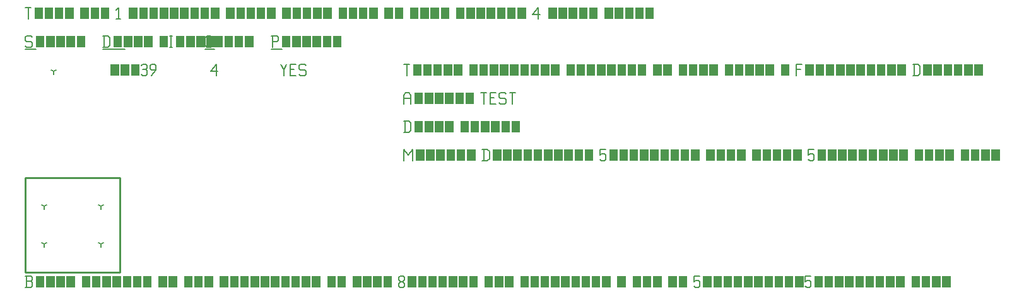
<source format=gbr>
G04 start of page 12 for group -1 layer_idx 268435461 *
G04 Title: thru-hole elements on both sides, <virtual group> *
G04 Creator: <version>
G04 CreationDate: <date>
G04 For: TEST *
G04 Format: Gerber/RS-274X *
G04 PCB-Dimensions: 50000 50000 *
G04 PCB-Coordinate-Origin: lower left *
%MOIN*%
%FSLAX25Y25*%
%LNLOGICAL_VIRTUAL_FAB_NONE*%
%ADD36C,0.0100*%
%ADD35C,0.0001*%
%ADD34C,0.0060*%
%ADD33C,0.0080*%
G54D33*X10000Y35000D02*Y33400D01*
Y35000D02*X11387Y35800D01*
X10000Y35000D02*X8613Y35800D01*
X40000Y35000D02*Y33400D01*
Y35000D02*X41387Y35800D01*
X40000Y35000D02*X38613Y35800D01*
X10000Y15000D02*Y13400D01*
Y15000D02*X11387Y15800D01*
X10000Y15000D02*X8613Y15800D01*
X40000Y15000D02*Y13400D01*
Y15000D02*X41387Y15800D01*
X40000Y15000D02*X38613Y15800D01*
X15000Y106250D02*Y104650D01*
Y106250D02*X16387Y107050D01*
X15000Y106250D02*X13613Y107050D01*
G54D34*X135000Y110000D02*X136500Y107000D01*
X138000Y110000D01*
X136500Y107000D02*Y104000D01*
X139800Y107300D02*X142050D01*
X139800Y104000D02*X142800D01*
X139800Y110000D02*Y104000D01*
Y110000D02*X142800D01*
X147600D02*X148350Y109250D01*
X145350Y110000D02*X147600D01*
X144600Y109250D02*X145350Y110000D01*
X144600Y109250D02*Y107750D01*
X145350Y107000D01*
X147600D01*
X148350Y106250D01*
Y104750D01*
X147600Y104000D02*X148350Y104750D01*
X145350Y104000D02*X147600D01*
X144600Y104750D02*X145350Y104000D01*
X98000Y106250D02*X101000Y110000D01*
X98000Y106250D02*X101750D01*
X101000Y110000D02*Y104000D01*
G54D35*G36*
X45000Y110000D02*X49500D01*
Y104000D01*
X45000D01*
Y110000D01*
G37*
G36*
X50400D02*X54900D01*
Y104000D01*
X50400D01*
Y110000D01*
G37*
G36*
X55800D02*X60300D01*
Y104000D01*
X55800D01*
Y110000D01*
G37*
G54D34*X61200Y109250D02*X61950Y110000D01*
X63450D01*
X64200Y109250D01*
X63450Y104000D02*X64200Y104750D01*
X61950Y104000D02*X63450D01*
X61200Y104750D02*X61950Y104000D01*
Y107300D02*X63450D01*
X64200Y109250D02*Y108050D01*
Y106550D02*Y104750D01*
Y106550D02*X63450Y107300D01*
X64200Y108050D02*X63450Y107300D01*
X66750Y104000D02*X69000Y107000D01*
Y109250D02*Y107000D01*
X68250Y110000D02*X69000Y109250D01*
X66750Y110000D02*X68250D01*
X66000Y109250D02*X66750Y110000D01*
X66000Y109250D02*Y107750D01*
X66750Y107000D01*
X69000D01*
X3000Y125000D02*X3750Y124250D01*
X750Y125000D02*X3000D01*
X0Y124250D02*X750Y125000D01*
X0Y124250D02*Y122750D01*
X750Y122000D01*
X3000D01*
X3750Y121250D01*
Y119750D01*
X3000Y119000D02*X3750Y119750D01*
X750Y119000D02*X3000D01*
X0Y119750D02*X750Y119000D01*
G54D35*G36*
X5550Y125000D02*X10050D01*
Y119000D01*
X5550D01*
Y125000D01*
G37*
G36*
X10950D02*X15450D01*
Y119000D01*
X10950D01*
Y125000D01*
G37*
G36*
X16350D02*X20850D01*
Y119000D01*
X16350D01*
Y125000D01*
G37*
G36*
X21750D02*X26250D01*
Y119000D01*
X21750D01*
Y125000D01*
G37*
G36*
X27150D02*X31650D01*
Y119000D01*
X27150D01*
Y125000D01*
G37*
G54D34*X0Y118000D02*X5550D01*
X41750Y125000D02*Y119000D01*
X43700Y125000D02*X44750Y123950D01*
Y120050D01*
X43700Y119000D02*X44750Y120050D01*
X41000Y119000D02*X43700D01*
X41000Y125000D02*X43700D01*
G54D35*G36*
X46550D02*X51050D01*
Y119000D01*
X46550D01*
Y125000D01*
G37*
G36*
X51950D02*X56450D01*
Y119000D01*
X51950D01*
Y125000D01*
G37*
G36*
X57350D02*X61850D01*
Y119000D01*
X57350D01*
Y125000D01*
G37*
G36*
X62750D02*X67250D01*
Y119000D01*
X62750D01*
Y125000D01*
G37*
G36*
X70850D02*X75350D01*
Y119000D01*
X70850D01*
Y125000D01*
G37*
G54D34*X76250D02*X77750D01*
X77000D02*Y119000D01*
X76250D02*X77750D01*
G54D35*G36*
X79550Y125000D02*X84050D01*
Y119000D01*
X79550D01*
Y125000D01*
G37*
G36*
X84950D02*X89450D01*
Y119000D01*
X84950D01*
Y125000D01*
G37*
G36*
X90350D02*X94850D01*
Y119000D01*
X90350D01*
Y125000D01*
G37*
G36*
X95750D02*X100250D01*
Y119000D01*
X95750D01*
Y125000D01*
G37*
G54D34*X41000Y118000D02*X52550D01*
X96050Y119000D02*X98000D01*
X95000Y120050D02*X96050Y119000D01*
X95000Y123950D02*Y120050D01*
Y123950D02*X96050Y125000D01*
X98000D01*
G54D35*G36*
X99800D02*X104300D01*
Y119000D01*
X99800D01*
Y125000D01*
G37*
G36*
X105200D02*X109700D01*
Y119000D01*
X105200D01*
Y125000D01*
G37*
G36*
X110600D02*X115100D01*
Y119000D01*
X110600D01*
Y125000D01*
G37*
G36*
X116000D02*X120500D01*
Y119000D01*
X116000D01*
Y125000D01*
G37*
G54D34*X95000Y118000D02*X99800D01*
X130750Y125000D02*Y119000D01*
X130000Y125000D02*X133000D01*
X133750Y124250D01*
Y122750D01*
X133000Y122000D02*X133750Y122750D01*
X130750Y122000D02*X133000D01*
G54D35*G36*
X135550Y125000D02*X140050D01*
Y119000D01*
X135550D01*
Y125000D01*
G37*
G36*
X140950D02*X145450D01*
Y119000D01*
X140950D01*
Y125000D01*
G37*
G36*
X146350D02*X150850D01*
Y119000D01*
X146350D01*
Y125000D01*
G37*
G36*
X151750D02*X156250D01*
Y119000D01*
X151750D01*
Y125000D01*
G37*
G36*
X157150D02*X161650D01*
Y119000D01*
X157150D01*
Y125000D01*
G37*
G36*
X162550D02*X167050D01*
Y119000D01*
X162550D01*
Y125000D01*
G37*
G54D34*X130000Y118000D02*X135550D01*
X0Y140000D02*X3000D01*
X1500D02*Y134000D01*
G54D35*G36*
X4800Y140000D02*X9300D01*
Y134000D01*
X4800D01*
Y140000D01*
G37*
G36*
X10200D02*X14700D01*
Y134000D01*
X10200D01*
Y140000D01*
G37*
G36*
X15600D02*X20100D01*
Y134000D01*
X15600D01*
Y140000D01*
G37*
G36*
X21000D02*X25500D01*
Y134000D01*
X21000D01*
Y140000D01*
G37*
G36*
X29100D02*X33600D01*
Y134000D01*
X29100D01*
Y140000D01*
G37*
G36*
X34500D02*X39000D01*
Y134000D01*
X34500D01*
Y140000D01*
G37*
G36*
X39900D02*X44400D01*
Y134000D01*
X39900D01*
Y140000D01*
G37*
G54D34*X48000Y138800D02*X49200Y140000D01*
Y134000D01*
X48000D02*X50250D01*
G54D35*G36*
X54750Y140000D02*X59250D01*
Y134000D01*
X54750D01*
Y140000D01*
G37*
G36*
X60150D02*X64650D01*
Y134000D01*
X60150D01*
Y140000D01*
G37*
G36*
X65550D02*X70050D01*
Y134000D01*
X65550D01*
Y140000D01*
G37*
G36*
X70950D02*X75450D01*
Y134000D01*
X70950D01*
Y140000D01*
G37*
G36*
X76350D02*X80850D01*
Y134000D01*
X76350D01*
Y140000D01*
G37*
G36*
X81750D02*X86250D01*
Y134000D01*
X81750D01*
Y140000D01*
G37*
G36*
X87150D02*X91650D01*
Y134000D01*
X87150D01*
Y140000D01*
G37*
G36*
X92550D02*X97050D01*
Y134000D01*
X92550D01*
Y140000D01*
G37*
G36*
X97950D02*X102450D01*
Y134000D01*
X97950D01*
Y140000D01*
G37*
G36*
X106050D02*X110550D01*
Y134000D01*
X106050D01*
Y140000D01*
G37*
G36*
X111450D02*X115950D01*
Y134000D01*
X111450D01*
Y140000D01*
G37*
G36*
X116850D02*X121350D01*
Y134000D01*
X116850D01*
Y140000D01*
G37*
G36*
X122250D02*X126750D01*
Y134000D01*
X122250D01*
Y140000D01*
G37*
G36*
X127650D02*X132150D01*
Y134000D01*
X127650D01*
Y140000D01*
G37*
G36*
X135750D02*X140250D01*
Y134000D01*
X135750D01*
Y140000D01*
G37*
G36*
X141150D02*X145650D01*
Y134000D01*
X141150D01*
Y140000D01*
G37*
G36*
X146550D02*X151050D01*
Y134000D01*
X146550D01*
Y140000D01*
G37*
G36*
X151950D02*X156450D01*
Y134000D01*
X151950D01*
Y140000D01*
G37*
G36*
X157350D02*X161850D01*
Y134000D01*
X157350D01*
Y140000D01*
G37*
G36*
X165450D02*X169950D01*
Y134000D01*
X165450D01*
Y140000D01*
G37*
G36*
X170850D02*X175350D01*
Y134000D01*
X170850D01*
Y140000D01*
G37*
G36*
X176250D02*X180750D01*
Y134000D01*
X176250D01*
Y140000D01*
G37*
G36*
X181650D02*X186150D01*
Y134000D01*
X181650D01*
Y140000D01*
G37*
G36*
X189750D02*X194250D01*
Y134000D01*
X189750D01*
Y140000D01*
G37*
G36*
X195150D02*X199650D01*
Y134000D01*
X195150D01*
Y140000D01*
G37*
G36*
X203250D02*X207750D01*
Y134000D01*
X203250D01*
Y140000D01*
G37*
G36*
X208650D02*X213150D01*
Y134000D01*
X208650D01*
Y140000D01*
G37*
G36*
X214050D02*X218550D01*
Y134000D01*
X214050D01*
Y140000D01*
G37*
G36*
X219450D02*X223950D01*
Y134000D01*
X219450D01*
Y140000D01*
G37*
G36*
X227550D02*X232050D01*
Y134000D01*
X227550D01*
Y140000D01*
G37*
G36*
X232950D02*X237450D01*
Y134000D01*
X232950D01*
Y140000D01*
G37*
G36*
X238350D02*X242850D01*
Y134000D01*
X238350D01*
Y140000D01*
G37*
G36*
X243750D02*X248250D01*
Y134000D01*
X243750D01*
Y140000D01*
G37*
G36*
X249150D02*X253650D01*
Y134000D01*
X249150D01*
Y140000D01*
G37*
G36*
X254550D02*X259050D01*
Y134000D01*
X254550D01*
Y140000D01*
G37*
G36*
X259950D02*X264450D01*
Y134000D01*
X259950D01*
Y140000D01*
G37*
G54D34*X268050Y136250D02*X271050Y140000D01*
X268050Y136250D02*X271800D01*
X271050Y140000D02*Y134000D01*
G54D35*G36*
X276300Y140000D02*X280800D01*
Y134000D01*
X276300D01*
Y140000D01*
G37*
G36*
X281700D02*X286200D01*
Y134000D01*
X281700D01*
Y140000D01*
G37*
G36*
X287100D02*X291600D01*
Y134000D01*
X287100D01*
Y140000D01*
G37*
G36*
X292500D02*X297000D01*
Y134000D01*
X292500D01*
Y140000D01*
G37*
G36*
X297900D02*X302400D01*
Y134000D01*
X297900D01*
Y140000D01*
G37*
G36*
X306000D02*X310500D01*
Y134000D01*
X306000D01*
Y140000D01*
G37*
G36*
X311400D02*X315900D01*
Y134000D01*
X311400D01*
Y140000D01*
G37*
G36*
X316800D02*X321300D01*
Y134000D01*
X316800D01*
Y140000D01*
G37*
G36*
X322200D02*X326700D01*
Y134000D01*
X322200D01*
Y140000D01*
G37*
G36*
X327600D02*X332100D01*
Y134000D01*
X327600D01*
Y140000D01*
G37*
G54D36*X0Y50000D02*X50000D01*
X0D02*Y0D01*
X50000Y50000D02*Y0D01*
X0D02*X50000D01*
G54D34*X200000Y65000D02*Y59000D01*
Y65000D02*X202250Y62000D01*
X204500Y65000D01*
Y59000D01*
G54D35*G36*
X206300Y65000D02*X210800D01*
Y59000D01*
X206300D01*
Y65000D01*
G37*
G36*
X211700D02*X216200D01*
Y59000D01*
X211700D01*
Y65000D01*
G37*
G36*
X217100D02*X221600D01*
Y59000D01*
X217100D01*
Y65000D01*
G37*
G36*
X222500D02*X227000D01*
Y59000D01*
X222500D01*
Y65000D01*
G37*
G36*
X227900D02*X232400D01*
Y59000D01*
X227900D01*
Y65000D01*
G37*
G36*
X233300D02*X237800D01*
Y59000D01*
X233300D01*
Y65000D01*
G37*
G54D34*X242150D02*Y59000D01*
X244100Y65000D02*X245150Y63950D01*
Y60050D01*
X244100Y59000D02*X245150Y60050D01*
X241400Y59000D02*X244100D01*
X241400Y65000D02*X244100D01*
G54D35*G36*
X246950D02*X251450D01*
Y59000D01*
X246950D01*
Y65000D01*
G37*
G36*
X252350D02*X256850D01*
Y59000D01*
X252350D01*
Y65000D01*
G37*
G36*
X257750D02*X262250D01*
Y59000D01*
X257750D01*
Y65000D01*
G37*
G36*
X263150D02*X267650D01*
Y59000D01*
X263150D01*
Y65000D01*
G37*
G36*
X268550D02*X273050D01*
Y59000D01*
X268550D01*
Y65000D01*
G37*
G36*
X273950D02*X278450D01*
Y59000D01*
X273950D01*
Y65000D01*
G37*
G36*
X279350D02*X283850D01*
Y59000D01*
X279350D01*
Y65000D01*
G37*
G36*
X284750D02*X289250D01*
Y59000D01*
X284750D01*
Y65000D01*
G37*
G36*
X290150D02*X294650D01*
Y59000D01*
X290150D01*
Y65000D01*
G37*
G36*
X295550D02*X300050D01*
Y59000D01*
X295550D01*
Y65000D01*
G37*
G54D34*X303650D02*X306650D01*
X303650D02*Y62000D01*
X304400Y62750D01*
X305900D01*
X306650Y62000D01*
Y59750D01*
X305900Y59000D02*X306650Y59750D01*
X304400Y59000D02*X305900D01*
X303650Y59750D02*X304400Y59000D01*
G54D35*G36*
X308450Y65000D02*X312950D01*
Y59000D01*
X308450D01*
Y65000D01*
G37*
G36*
X313850D02*X318350D01*
Y59000D01*
X313850D01*
Y65000D01*
G37*
G36*
X319250D02*X323750D01*
Y59000D01*
X319250D01*
Y65000D01*
G37*
G36*
X324650D02*X329150D01*
Y59000D01*
X324650D01*
Y65000D01*
G37*
G36*
X330050D02*X334550D01*
Y59000D01*
X330050D01*
Y65000D01*
G37*
G36*
X335450D02*X339950D01*
Y59000D01*
X335450D01*
Y65000D01*
G37*
G36*
X340850D02*X345350D01*
Y59000D01*
X340850D01*
Y65000D01*
G37*
G36*
X346250D02*X350750D01*
Y59000D01*
X346250D01*
Y65000D01*
G37*
G36*
X351650D02*X356150D01*
Y59000D01*
X351650D01*
Y65000D01*
G37*
G36*
X359750D02*X364250D01*
Y59000D01*
X359750D01*
Y65000D01*
G37*
G36*
X365150D02*X369650D01*
Y59000D01*
X365150D01*
Y65000D01*
G37*
G36*
X370550D02*X375050D01*
Y59000D01*
X370550D01*
Y65000D01*
G37*
G36*
X375950D02*X380450D01*
Y59000D01*
X375950D01*
Y65000D01*
G37*
G36*
X384050D02*X388550D01*
Y59000D01*
X384050D01*
Y65000D01*
G37*
G36*
X389450D02*X393950D01*
Y59000D01*
X389450D01*
Y65000D01*
G37*
G36*
X394850D02*X399350D01*
Y59000D01*
X394850D01*
Y65000D01*
G37*
G36*
X400250D02*X404750D01*
Y59000D01*
X400250D01*
Y65000D01*
G37*
G36*
X405650D02*X410150D01*
Y59000D01*
X405650D01*
Y65000D01*
G37*
G54D34*X413750D02*X416750D01*
X413750D02*Y62000D01*
X414500Y62750D01*
X416000D01*
X416750Y62000D01*
Y59750D01*
X416000Y59000D02*X416750Y59750D01*
X414500Y59000D02*X416000D01*
X413750Y59750D02*X414500Y59000D01*
G54D35*G36*
X418550Y65000D02*X423050D01*
Y59000D01*
X418550D01*
Y65000D01*
G37*
G36*
X423950D02*X428450D01*
Y59000D01*
X423950D01*
Y65000D01*
G37*
G36*
X429350D02*X433850D01*
Y59000D01*
X429350D01*
Y65000D01*
G37*
G36*
X434750D02*X439250D01*
Y59000D01*
X434750D01*
Y65000D01*
G37*
G36*
X440150D02*X444650D01*
Y59000D01*
X440150D01*
Y65000D01*
G37*
G36*
X445550D02*X450050D01*
Y59000D01*
X445550D01*
Y65000D01*
G37*
G36*
X450950D02*X455450D01*
Y59000D01*
X450950D01*
Y65000D01*
G37*
G36*
X456350D02*X460850D01*
Y59000D01*
X456350D01*
Y65000D01*
G37*
G36*
X461750D02*X466250D01*
Y59000D01*
X461750D01*
Y65000D01*
G37*
G36*
X469850D02*X474350D01*
Y59000D01*
X469850D01*
Y65000D01*
G37*
G36*
X475250D02*X479750D01*
Y59000D01*
X475250D01*
Y65000D01*
G37*
G36*
X480650D02*X485150D01*
Y59000D01*
X480650D01*
Y65000D01*
G37*
G36*
X486050D02*X490550D01*
Y59000D01*
X486050D01*
Y65000D01*
G37*
G36*
X494150D02*X498650D01*
Y59000D01*
X494150D01*
Y65000D01*
G37*
G36*
X499550D02*X504050D01*
Y59000D01*
X499550D01*
Y65000D01*
G37*
G36*
X504950D02*X509450D01*
Y59000D01*
X504950D01*
Y65000D01*
G37*
G36*
X510350D02*X514850D01*
Y59000D01*
X510350D01*
Y65000D01*
G37*
G54D34*X0Y-8000D02*X3000D01*
X3750Y-7250D01*
Y-5450D02*Y-7250D01*
X3000Y-4700D02*X3750Y-5450D01*
X750Y-4700D02*X3000D01*
X750Y-2000D02*Y-8000D01*
X0Y-2000D02*X3000D01*
X3750Y-2750D01*
Y-3950D01*
X3000Y-4700D02*X3750Y-3950D01*
G54D35*G36*
X5550Y-2000D02*X10050D01*
Y-8000D01*
X5550D01*
Y-2000D01*
G37*
G36*
X10950D02*X15450D01*
Y-8000D01*
X10950D01*
Y-2000D01*
G37*
G36*
X16350D02*X20850D01*
Y-8000D01*
X16350D01*
Y-2000D01*
G37*
G36*
X21750D02*X26250D01*
Y-8000D01*
X21750D01*
Y-2000D01*
G37*
G36*
X29850D02*X34350D01*
Y-8000D01*
X29850D01*
Y-2000D01*
G37*
G36*
X35250D02*X39750D01*
Y-8000D01*
X35250D01*
Y-2000D01*
G37*
G36*
X40650D02*X45150D01*
Y-8000D01*
X40650D01*
Y-2000D01*
G37*
G36*
X46050D02*X50550D01*
Y-8000D01*
X46050D01*
Y-2000D01*
G37*
G36*
X51450D02*X55950D01*
Y-8000D01*
X51450D01*
Y-2000D01*
G37*
G36*
X56850D02*X61350D01*
Y-8000D01*
X56850D01*
Y-2000D01*
G37*
G36*
X62250D02*X66750D01*
Y-8000D01*
X62250D01*
Y-2000D01*
G37*
G36*
X70350D02*X74850D01*
Y-8000D01*
X70350D01*
Y-2000D01*
G37*
G36*
X75750D02*X80250D01*
Y-8000D01*
X75750D01*
Y-2000D01*
G37*
G36*
X83850D02*X88350D01*
Y-8000D01*
X83850D01*
Y-2000D01*
G37*
G36*
X89250D02*X93750D01*
Y-8000D01*
X89250D01*
Y-2000D01*
G37*
G36*
X94650D02*X99150D01*
Y-8000D01*
X94650D01*
Y-2000D01*
G37*
G36*
X102750D02*X107250D01*
Y-8000D01*
X102750D01*
Y-2000D01*
G37*
G36*
X108150D02*X112650D01*
Y-8000D01*
X108150D01*
Y-2000D01*
G37*
G36*
X113550D02*X118050D01*
Y-8000D01*
X113550D01*
Y-2000D01*
G37*
G36*
X118950D02*X123450D01*
Y-8000D01*
X118950D01*
Y-2000D01*
G37*
G36*
X124350D02*X128850D01*
Y-8000D01*
X124350D01*
Y-2000D01*
G37*
G36*
X129750D02*X134250D01*
Y-8000D01*
X129750D01*
Y-2000D01*
G37*
G36*
X135150D02*X139650D01*
Y-8000D01*
X135150D01*
Y-2000D01*
G37*
G36*
X140550D02*X145050D01*
Y-8000D01*
X140550D01*
Y-2000D01*
G37*
G36*
X145950D02*X150450D01*
Y-8000D01*
X145950D01*
Y-2000D01*
G37*
G36*
X151350D02*X155850D01*
Y-8000D01*
X151350D01*
Y-2000D01*
G37*
G36*
X159450D02*X163950D01*
Y-8000D01*
X159450D01*
Y-2000D01*
G37*
G36*
X164850D02*X169350D01*
Y-8000D01*
X164850D01*
Y-2000D01*
G37*
G36*
X172950D02*X177450D01*
Y-8000D01*
X172950D01*
Y-2000D01*
G37*
G36*
X178350D02*X182850D01*
Y-8000D01*
X178350D01*
Y-2000D01*
G37*
G36*
X183750D02*X188250D01*
Y-8000D01*
X183750D01*
Y-2000D01*
G37*
G36*
X189150D02*X193650D01*
Y-8000D01*
X189150D01*
Y-2000D01*
G37*
G54D34*X197250Y-7250D02*X198000Y-8000D01*
X197250Y-6050D02*Y-7250D01*
Y-6050D02*X198300Y-5000D01*
X199200D01*
X200250Y-6050D01*
Y-7250D01*
X199500Y-8000D02*X200250Y-7250D01*
X198000Y-8000D02*X199500D01*
X197250Y-3950D02*X198300Y-5000D01*
X197250Y-2750D02*Y-3950D01*
Y-2750D02*X198000Y-2000D01*
X199500D01*
X200250Y-2750D01*
Y-3950D01*
X199200Y-5000D02*X200250Y-3950D01*
G54D35*G36*
X202050Y-2000D02*X206550D01*
Y-8000D01*
X202050D01*
Y-2000D01*
G37*
G36*
X207450D02*X211950D01*
Y-8000D01*
X207450D01*
Y-2000D01*
G37*
G36*
X212850D02*X217350D01*
Y-8000D01*
X212850D01*
Y-2000D01*
G37*
G36*
X218250D02*X222750D01*
Y-8000D01*
X218250D01*
Y-2000D01*
G37*
G36*
X223650D02*X228150D01*
Y-8000D01*
X223650D01*
Y-2000D01*
G37*
G36*
X229050D02*X233550D01*
Y-8000D01*
X229050D01*
Y-2000D01*
G37*
G36*
X234450D02*X238950D01*
Y-8000D01*
X234450D01*
Y-2000D01*
G37*
G36*
X242550D02*X247050D01*
Y-8000D01*
X242550D01*
Y-2000D01*
G37*
G36*
X247950D02*X252450D01*
Y-8000D01*
X247950D01*
Y-2000D01*
G37*
G36*
X253350D02*X257850D01*
Y-8000D01*
X253350D01*
Y-2000D01*
G37*
G36*
X261450D02*X265950D01*
Y-8000D01*
X261450D01*
Y-2000D01*
G37*
G36*
X266850D02*X271350D01*
Y-8000D01*
X266850D01*
Y-2000D01*
G37*
G36*
X272250D02*X276750D01*
Y-8000D01*
X272250D01*
Y-2000D01*
G37*
G36*
X277650D02*X282150D01*
Y-8000D01*
X277650D01*
Y-2000D01*
G37*
G36*
X283050D02*X287550D01*
Y-8000D01*
X283050D01*
Y-2000D01*
G37*
G36*
X288450D02*X292950D01*
Y-8000D01*
X288450D01*
Y-2000D01*
G37*
G36*
X293850D02*X298350D01*
Y-8000D01*
X293850D01*
Y-2000D01*
G37*
G36*
X299250D02*X303750D01*
Y-8000D01*
X299250D01*
Y-2000D01*
G37*
G36*
X304650D02*X309150D01*
Y-8000D01*
X304650D01*
Y-2000D01*
G37*
G36*
X312750D02*X317250D01*
Y-8000D01*
X312750D01*
Y-2000D01*
G37*
G36*
X320850D02*X325350D01*
Y-8000D01*
X320850D01*
Y-2000D01*
G37*
G36*
X326250D02*X330750D01*
Y-8000D01*
X326250D01*
Y-2000D01*
G37*
G36*
X331650D02*X336150D01*
Y-8000D01*
X331650D01*
Y-2000D01*
G37*
G36*
X339750D02*X344250D01*
Y-8000D01*
X339750D01*
Y-2000D01*
G37*
G36*
X345150D02*X349650D01*
Y-8000D01*
X345150D01*
Y-2000D01*
G37*
G54D34*X353250D02*X356250D01*
X353250D02*Y-5000D01*
X354000Y-4250D01*
X355500D01*
X356250Y-5000D01*
Y-7250D01*
X355500Y-8000D02*X356250Y-7250D01*
X354000Y-8000D02*X355500D01*
X353250Y-7250D02*X354000Y-8000D01*
G54D35*G36*
X358050Y-2000D02*X362550D01*
Y-8000D01*
X358050D01*
Y-2000D01*
G37*
G36*
X363450D02*X367950D01*
Y-8000D01*
X363450D01*
Y-2000D01*
G37*
G36*
X368850D02*X373350D01*
Y-8000D01*
X368850D01*
Y-2000D01*
G37*
G36*
X374250D02*X378750D01*
Y-8000D01*
X374250D01*
Y-2000D01*
G37*
G36*
X379650D02*X384150D01*
Y-8000D01*
X379650D01*
Y-2000D01*
G37*
G36*
X385050D02*X389550D01*
Y-8000D01*
X385050D01*
Y-2000D01*
G37*
G36*
X390450D02*X394950D01*
Y-8000D01*
X390450D01*
Y-2000D01*
G37*
G36*
X395850D02*X400350D01*
Y-8000D01*
X395850D01*
Y-2000D01*
G37*
G36*
X401250D02*X405750D01*
Y-8000D01*
X401250D01*
Y-2000D01*
G37*
G36*
X406650D02*X411150D01*
Y-8000D01*
X406650D01*
Y-2000D01*
G37*
G54D34*X412050D02*X415050D01*
X412050D02*Y-5000D01*
X412800Y-4250D01*
X414300D01*
X415050Y-5000D01*
Y-7250D01*
X414300Y-8000D02*X415050Y-7250D01*
X412800Y-8000D02*X414300D01*
X412050Y-7250D02*X412800Y-8000D01*
G54D35*G36*
X416850Y-2000D02*X421350D01*
Y-8000D01*
X416850D01*
Y-2000D01*
G37*
G36*
X422250D02*X426750D01*
Y-8000D01*
X422250D01*
Y-2000D01*
G37*
G36*
X427650D02*X432150D01*
Y-8000D01*
X427650D01*
Y-2000D01*
G37*
G36*
X433050D02*X437550D01*
Y-8000D01*
X433050D01*
Y-2000D01*
G37*
G36*
X438450D02*X442950D01*
Y-8000D01*
X438450D01*
Y-2000D01*
G37*
G36*
X443850D02*X448350D01*
Y-8000D01*
X443850D01*
Y-2000D01*
G37*
G36*
X449250D02*X453750D01*
Y-8000D01*
X449250D01*
Y-2000D01*
G37*
G36*
X454650D02*X459150D01*
Y-8000D01*
X454650D01*
Y-2000D01*
G37*
G36*
X460050D02*X464550D01*
Y-8000D01*
X460050D01*
Y-2000D01*
G37*
G36*
X468150D02*X472650D01*
Y-8000D01*
X468150D01*
Y-2000D01*
G37*
G36*
X473550D02*X478050D01*
Y-8000D01*
X473550D01*
Y-2000D01*
G37*
G36*
X478950D02*X483450D01*
Y-8000D01*
X478950D01*
Y-2000D01*
G37*
G36*
X484350D02*X488850D01*
Y-8000D01*
X484350D01*
Y-2000D01*
G37*
G54D34*X200750Y80000D02*Y74000D01*
X202700Y80000D02*X203750Y78950D01*
Y75050D01*
X202700Y74000D02*X203750Y75050D01*
X200000Y74000D02*X202700D01*
X200000Y80000D02*X202700D01*
G54D35*G36*
X205550D02*X210050D01*
Y74000D01*
X205550D01*
Y80000D01*
G37*
G36*
X210950D02*X215450D01*
Y74000D01*
X210950D01*
Y80000D01*
G37*
G36*
X216350D02*X220850D01*
Y74000D01*
X216350D01*
Y80000D01*
G37*
G36*
X221750D02*X226250D01*
Y74000D01*
X221750D01*
Y80000D01*
G37*
G36*
X229850D02*X234350D01*
Y74000D01*
X229850D01*
Y80000D01*
G37*
G36*
X235250D02*X239750D01*
Y74000D01*
X235250D01*
Y80000D01*
G37*
G36*
X240650D02*X245150D01*
Y74000D01*
X240650D01*
Y80000D01*
G37*
G36*
X246050D02*X250550D01*
Y74000D01*
X246050D01*
Y80000D01*
G37*
G36*
X251450D02*X255950D01*
Y74000D01*
X251450D01*
Y80000D01*
G37*
G36*
X256850D02*X261350D01*
Y74000D01*
X256850D01*
Y80000D01*
G37*
G54D34*X200000Y93500D02*Y89000D01*
Y93500D02*X201050Y95000D01*
X202700D01*
X203750Y93500D01*
Y89000D01*
X200000Y92000D02*X203750D01*
G54D35*G36*
X205550Y95000D02*X210050D01*
Y89000D01*
X205550D01*
Y95000D01*
G37*
G36*
X210950D02*X215450D01*
Y89000D01*
X210950D01*
Y95000D01*
G37*
G36*
X216350D02*X220850D01*
Y89000D01*
X216350D01*
Y95000D01*
G37*
G36*
X221750D02*X226250D01*
Y89000D01*
X221750D01*
Y95000D01*
G37*
G36*
X227150D02*X231650D01*
Y89000D01*
X227150D01*
Y95000D01*
G37*
G36*
X232550D02*X237050D01*
Y89000D01*
X232550D01*
Y95000D01*
G37*
G54D34*X240650D02*X243650D01*
X242150D02*Y89000D01*
X245450Y92300D02*X247700D01*
X245450Y89000D02*X248450D01*
X245450Y95000D02*Y89000D01*
Y95000D02*X248450D01*
X253250D02*X254000Y94250D01*
X251000Y95000D02*X253250D01*
X250250Y94250D02*X251000Y95000D01*
X250250Y94250D02*Y92750D01*
X251000Y92000D01*
X253250D01*
X254000Y91250D01*
Y89750D01*
X253250Y89000D02*X254000Y89750D01*
X251000Y89000D02*X253250D01*
X250250Y89750D02*X251000Y89000D01*
X255800Y95000D02*X258800D01*
X257300D02*Y89000D01*
X200000Y110000D02*X203000D01*
X201500D02*Y104000D01*
G54D35*G36*
X204800Y110000D02*X209300D01*
Y104000D01*
X204800D01*
Y110000D01*
G37*
G36*
X210200D02*X214700D01*
Y104000D01*
X210200D01*
Y110000D01*
G37*
G36*
X215600D02*X220100D01*
Y104000D01*
X215600D01*
Y110000D01*
G37*
G36*
X221000D02*X225500D01*
Y104000D01*
X221000D01*
Y110000D01*
G37*
G36*
X226400D02*X230900D01*
Y104000D01*
X226400D01*
Y110000D01*
G37*
G36*
X234500D02*X239000D01*
Y104000D01*
X234500D01*
Y110000D01*
G37*
G36*
X239900D02*X244400D01*
Y104000D01*
X239900D01*
Y110000D01*
G37*
G36*
X245300D02*X249800D01*
Y104000D01*
X245300D01*
Y110000D01*
G37*
G36*
X250700D02*X255200D01*
Y104000D01*
X250700D01*
Y110000D01*
G37*
G36*
X256100D02*X260600D01*
Y104000D01*
X256100D01*
Y110000D01*
G37*
G36*
X261500D02*X266000D01*
Y104000D01*
X261500D01*
Y110000D01*
G37*
G36*
X266900D02*X271400D01*
Y104000D01*
X266900D01*
Y110000D01*
G37*
G36*
X272300D02*X276800D01*
Y104000D01*
X272300D01*
Y110000D01*
G37*
G36*
X277700D02*X282200D01*
Y104000D01*
X277700D01*
Y110000D01*
G37*
G36*
X285800D02*X290300D01*
Y104000D01*
X285800D01*
Y110000D01*
G37*
G36*
X291200D02*X295700D01*
Y104000D01*
X291200D01*
Y110000D01*
G37*
G36*
X296600D02*X301100D01*
Y104000D01*
X296600D01*
Y110000D01*
G37*
G36*
X302000D02*X306500D01*
Y104000D01*
X302000D01*
Y110000D01*
G37*
G36*
X307400D02*X311900D01*
Y104000D01*
X307400D01*
Y110000D01*
G37*
G36*
X312800D02*X317300D01*
Y104000D01*
X312800D01*
Y110000D01*
G37*
G36*
X318200D02*X322700D01*
Y104000D01*
X318200D01*
Y110000D01*
G37*
G36*
X323600D02*X328100D01*
Y104000D01*
X323600D01*
Y110000D01*
G37*
G36*
X331700D02*X336200D01*
Y104000D01*
X331700D01*
Y110000D01*
G37*
G36*
X337100D02*X341600D01*
Y104000D01*
X337100D01*
Y110000D01*
G37*
G36*
X345200D02*X349700D01*
Y104000D01*
X345200D01*
Y110000D01*
G37*
G36*
X350600D02*X355100D01*
Y104000D01*
X350600D01*
Y110000D01*
G37*
G36*
X356000D02*X360500D01*
Y104000D01*
X356000D01*
Y110000D01*
G37*
G36*
X361400D02*X365900D01*
Y104000D01*
X361400D01*
Y110000D01*
G37*
G36*
X369500D02*X374000D01*
Y104000D01*
X369500D01*
Y110000D01*
G37*
G36*
X374900D02*X379400D01*
Y104000D01*
X374900D01*
Y110000D01*
G37*
G36*
X380300D02*X384800D01*
Y104000D01*
X380300D01*
Y110000D01*
G37*
G36*
X385700D02*X390200D01*
Y104000D01*
X385700D01*
Y110000D01*
G37*
G36*
X391100D02*X395600D01*
Y104000D01*
X391100D01*
Y110000D01*
G37*
G36*
X399200D02*X403700D01*
Y104000D01*
X399200D01*
Y110000D01*
G37*
G54D34*X407300D02*Y104000D01*
Y110000D02*X410300D01*
X407300Y107300D02*X409550D01*
G54D35*G36*
X412100Y110000D02*X416600D01*
Y104000D01*
X412100D01*
Y110000D01*
G37*
G36*
X417500D02*X422000D01*
Y104000D01*
X417500D01*
Y110000D01*
G37*
G36*
X422900D02*X427400D01*
Y104000D01*
X422900D01*
Y110000D01*
G37*
G36*
X428300D02*X432800D01*
Y104000D01*
X428300D01*
Y110000D01*
G37*
G36*
X433700D02*X438200D01*
Y104000D01*
X433700D01*
Y110000D01*
G37*
G36*
X439100D02*X443600D01*
Y104000D01*
X439100D01*
Y110000D01*
G37*
G36*
X444500D02*X449000D01*
Y104000D01*
X444500D01*
Y110000D01*
G37*
G36*
X449900D02*X454400D01*
Y104000D01*
X449900D01*
Y110000D01*
G37*
G36*
X455300D02*X459800D01*
Y104000D01*
X455300D01*
Y110000D01*
G37*
G36*
X460700D02*X465200D01*
Y104000D01*
X460700D01*
Y110000D01*
G37*
G54D34*X469550D02*Y104000D01*
X471500Y110000D02*X472550Y108950D01*
Y105050D01*
X471500Y104000D02*X472550Y105050D01*
X468800Y104000D02*X471500D01*
X468800Y110000D02*X471500D01*
G54D35*G36*
X474350D02*X478850D01*
Y104000D01*
X474350D01*
Y110000D01*
G37*
G36*
X479750D02*X484250D01*
Y104000D01*
X479750D01*
Y110000D01*
G37*
G36*
X485150D02*X489650D01*
Y104000D01*
X485150D01*
Y110000D01*
G37*
G36*
X490550D02*X495050D01*
Y104000D01*
X490550D01*
Y110000D01*
G37*
G36*
X495950D02*X500450D01*
Y104000D01*
X495950D01*
Y110000D01*
G37*
G36*
X501350D02*X505850D01*
Y104000D01*
X501350D01*
Y110000D01*
G37*
M02*

</source>
